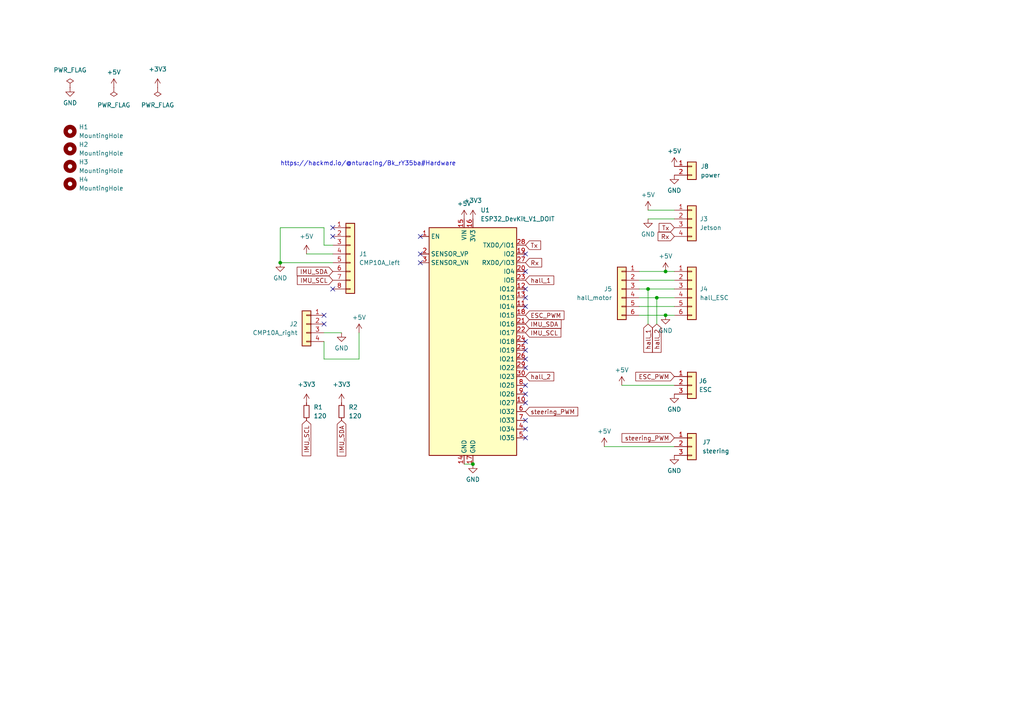
<source format=kicad_sch>
(kicad_sch (version 20230121) (generator eeschema)
  (paper "A4")
  (title_block (title "driverless car middle board") (date "2023-11-16") (rev "1") (company "NTURacing") (comment 1 "electrical group") (comment 2 "郭哲明") (comment 3 "https://hackmd.io/@nturacing/Bk_rY35ba#Hardware"))
  (lib_symbols
    (symbol "Connector_Generic:Conn_01x02" (pin_names (offset 1.016) hide)
      (property "Reference" "J" (at 0 2.54 0))
      (property "Value" "Conn_01x02" (at 0 -5.08 0))
      (symbol "Conn_01x02_1_1"
        (rectangle (start -1.27 -2.413) (end 0 -2.667) (stroke (width 0.1524)))
        (rectangle (start -1.27 0.127) (end 0 -0.127) (stroke (width 0.1524)))
        (rectangle (start -1.27 1.27) (end 1.27 -3.81) (stroke (width 0.254)) (fill (type background)))
        (pin passive line (at -5.08 0 0) (length 3.81) (name "Pin_1") (number "1"))
        (pin passive line (at -5.08 -2.54 0) (length 3.81) (name "Pin_2") (number "2"))
      )
    )
    (symbol "Connector_Generic:Conn_01x03" (pin_names (offset 1.016) hide)
      (property "Reference" "J" (at 0 5.08 0))
      (property "Value" "Conn_01x03" (at 0 -5.08 0))
      (symbol "Conn_01x03_1_1"
        (rectangle (start -1.27 -2.413) (end 0 -2.667) (stroke (width 0.1524)))
        (rectangle (start -1.27 0.127) (end 0 -0.127) (stroke (width 0.1524)))
        (rectangle (start -1.27 2.667) (end 0 2.413) (stroke (width 0.1524)))
        (rectangle (start -1.27 3.81) (end 1.27 -3.81) (stroke (width 0.254)) (fill (type background)))
        (pin passive line (at -5.08 2.54 0) (length 3.81) (name "Pin_1") (number "1"))
        (pin passive line (at -5.08 0 0) (length 3.81) (name "Pin_2") (number "2"))
        (pin passive line (at -5.08 -2.54 0) (length 3.81) (name "Pin_3") (number "3"))
      )
    )
    (symbol "Connector_Generic:Conn_01x04" (pin_names (offset 1.016) hide)
      (property "Reference" "J" (at 0 5.08 0))
      (property "Value" "Conn_01x04" (at 0 -7.62 0))
      (symbol "Conn_01x04_1_1"
        (rectangle (start -1.27 -4.953) (end 0 -5.207) (stroke (width 0.1524)))
        (rectangle (start -1.27 -2.413) (end 0 -2.667) (stroke (width 0.1524)))
        (rectangle (start -1.27 0.127) (end 0 -0.127) (stroke (width 0.1524)))
        (rectangle (start -1.27 2.667) (end 0 2.413) (stroke (width 0.1524)))
        (rectangle (start -1.27 3.81) (end 1.27 -6.35) (stroke (width 0.254)) (fill (type background)))
        (pin passive line (at -5.08 2.54 0) (length 3.81) (name "Pin_1") (number "1"))
        (pin passive line (at -5.08 0 0) (length 3.81) (name "Pin_2") (number "2"))
        (pin passive line (at -5.08 -2.54 0) (length 3.81) (name "Pin_3") (number "3"))
        (pin passive line (at -5.08 -5.08 0) (length 3.81) (name "Pin_4") (number "4"))
      )
    )
    (symbol "Connector_Generic:Conn_01x06" (pin_names (offset 1.016) hide)
      (property "Reference" "J" (at 0 7.62 0))
      (property "Value" "Conn_01x06" (at 0 -10.16 0))
      (symbol "Conn_01x06_1_1"
        (rectangle (start -1.27 -7.493) (end 0 -7.747) (stroke (width 0.1524)))
        (rectangle (start -1.27 -4.953) (end 0 -5.207) (stroke (width 0.1524)))
        (rectangle (start -1.27 -2.413) (end 0 -2.667) (stroke (width 0.1524)))
        (rectangle (start -1.27 0.127) (end 0 -0.127) (stroke (width 0.1524)))
        (rectangle (start -1.27 2.667) (end 0 2.413) (stroke (width 0.1524)))
        (rectangle (start -1.27 5.207) (end 0 4.953) (stroke (width 0.1524)))
        (rectangle (start -1.27 6.35) (end 1.27 -8.89) (stroke (width 0.254)) (fill (type background)))
        (pin passive line (at -5.08 5.08 0) (length 3.81) (name "Pin_1") (number "1"))
        (pin passive line (at -5.08 2.54 0) (length 3.81) (name "Pin_2") (number "2"))
        (pin passive line (at -5.08 0 0) (length 3.81) (name "Pin_3") (number "3"))
        (pin passive line (at -5.08 -2.54 0) (length 3.81) (name "Pin_4") (number "4"))
        (pin passive line (at -5.08 -5.08 0) (length 3.81) (name "Pin_5") (number "5"))
        (pin passive line (at -5.08 -7.62 0) (length 3.81) (name "Pin_6") (number "6"))
      )
    )
    (symbol "Connector_Generic:Conn_01x08" (pin_names (offset 1.016) hide)
      (property "Reference" "J" (at 0 10.16 0))
      (property "Value" "Conn_01x08" (at 0 -12.7 0))
      (symbol "Conn_01x08_1_1"
        (rectangle (start -1.27 -10.033) (end 0 -10.287) (stroke (width 0.1524)))
        (rectangle (start -1.27 -7.493) (end 0 -7.747) (stroke (width 0.1524)))
        (rectangle (start -1.27 -4.953) (end 0 -5.207) (stroke (width 0.1524)))
        (rectangle (start -1.27 -2.413) (end 0 -2.667) (stroke (width 0.1524)))
        (rectangle (start -1.27 0.127) (end 0 -0.127) (stroke (width 0.1524)))
        (rectangle (start -1.27 2.667) (end 0 2.413) (stroke (width 0.1524)))
        (rectangle (start -1.27 5.207) (end 0 4.953) (stroke (width 0.1524)))
        (rectangle (start -1.27 7.747) (end 0 7.493) (stroke (width 0.1524)))
        (rectangle (start -1.27 8.89) (end 1.27 -11.43) (stroke (width 0.254)) (fill (type background)))
        (pin passive line (at -5.08 7.62 0) (length 3.81) (name "Pin_1") (number "1"))
        (pin passive line (at -5.08 5.08 0) (length 3.81) (name "Pin_2") (number "2"))
        (pin passive line (at -5.08 2.54 0) (length 3.81) (name "Pin_3") (number "3"))
        (pin passive line (at -5.08 0 0) (length 3.81) (name "Pin_4") (number "4"))
        (pin passive line (at -5.08 -2.54 0) (length 3.81) (name "Pin_5") (number "5"))
        (pin passive line (at -5.08 -5.08 0) (length 3.81) (name "Pin_6") (number "6"))
        (pin passive line (at -5.08 -7.62 0) (length 3.81) (name "Pin_7") (number "7"))
        (pin passive line (at -5.08 -10.16 0) (length 3.81) (name "Pin_8") (number "8"))
      )
    )
    (symbol "Device:R_Small" (pin_numbers hide) (pin_names (offset 0.254) hide)
      (property "Reference" "R" (at 0.762 0.508 0))
      (property "Value" "R_Small" (at 0.762 -1.016 0))
      (symbol "R_Small_0_1"
        (rectangle (start -0.762 1.778) (end 0.762 -1.778) (stroke (width 0.2032)))
      )
      (symbol "R_Small_1_1"
        (pin passive line (at 0 2.54 270) (length 0.762) (name "~") (number "1"))
        (pin passive line (at 0 -2.54 90) (length 0.762) (name "~") (number "2"))
      )
    )
    (symbol "Mechanical:MountingHole" (pin_names (offset 1.016))
      (property "Reference" "H" (at 0 5.08 0))
      (property "Value" "MountingHole" (at 0 3.175 0))
      (symbol "MountingHole_0_1"
        (circle (center 0 0) (radius 1.27) (stroke (width 1.27)))
      )
    )
    (symbol "customLibrary:ESP32_DevKit_V1_DOIT"
      (property "Reference" "U" (at -11.43 34.29 0))
      (property "Value" "ESP32_DevKit_V1_DOIT" (at 11.43 34.29 0))
      (symbol "ESP32_DevKit_V1_DOIT_1_1"
        (rectangle (start -12.7 33.02) (end 12.7 -33.02) (stroke (width 0.254)) (fill (type background)))
        (pin input line (at -15.24 30.48 0) (length 2.54) (name "EN") (number "1"))
        (pin bidirectional line (at 15.24 -17.78 180) (length 2.54) (name "IO27") (number "10"))
        (pin bidirectional line (at 15.24 10.16 180) (length 2.54) (name "IO14") (number "11"))
        (pin bidirectional line (at 15.24 15.24 180) (length 2.54) (name "IO12") (number "12"))
        (pin bidirectional line (at 15.24 12.7 180) (length 2.54) (name "IO13") (number "13"))
        (pin power_in line (at -2.54 -35.56 90) (length 2.54) (name "GND") (number "14"))
        (pin power_in line (at -2.54 35.56 270) (length 2.54) (name "VIN") (number "15"))
        (pin power_in line (at 0 35.56 270) (length 2.54) (name "3V3") (number "16"))
        (pin power_in line (at 0 -35.56 90) (length 2.54) (name "GND") (number "17"))
        (pin bidirectional line (at 15.24 7.62 180) (length 2.54) (name "IO15") (number "18"))
        (pin bidirectional line (at 15.24 25.4 180) (length 2.54) (name "IO2") (number "19"))
        (pin input line (at -15.24 25.4 0) (length 2.54) (name "SENSOR_VP") (number "2"))
        (pin bidirectional line (at 15.24 20.32 180) (length 2.54) (name "IO4") (number "20"))
        (pin bidirectional line (at 15.24 5.08 180) (length 2.54) (name "IO16") (number "21"))
        (pin bidirectional line (at 15.24 2.54 180) (length 2.54) (name "IO17") (number "22"))
        (pin bidirectional line (at 15.24 17.78 180) (length 2.54) (name "IO5") (number "23"))
        (pin bidirectional line (at 15.24 0 180) (length 2.54) (name "IO18") (number "24"))
        (pin bidirectional line (at 15.24 -2.54 180) (length 2.54) (name "IO19") (number "25"))
        (pin bidirectional line (at 15.24 -5.08 180) (length 2.54) (name "IO21") (number "26"))
        (pin bidirectional line (at 15.24 22.86 180) (length 2.54) (name "RXD0/IO3") (number "27"))
        (pin bidirectional line (at 15.24 27.94 180) (length 2.54) (name "TXD0/IO1") (number "28"))
        (pin bidirectional line (at 15.24 -7.62 180) (length 2.54) (name "IO22") (number "29"))
        (pin input line (at -15.24 22.86 0) (length 2.54) (name "SENSOR_VN") (number "3"))
        (pin bidirectional line (at 15.24 -10.16 180) (length 2.54) (name "IO23") (number "30"))
        (pin input line (at 15.24 -25.4 180) (length 2.54) (name "IO34") (number "4"))
        (pin input line (at 15.24 -27.94 180) (length 2.54) (name "IO35") (number "5"))
        (pin bidirectional line (at 15.24 -20.32 180) (length 2.54) (name "IO32") (number "6"))
        (pin bidirectional line (at 15.24 -22.86 180) (length 2.54) (name "IO33") (number "7"))
        (pin bidirectional line (at 15.24 -12.7 180) (length 2.54) (name "IO25") (number "8"))
        (pin bidirectional line (at 15.24 -15.24 180) (length 2.54) (name "IO26") (number "9"))
      )
    )
    (symbol "power:+3V3" (power) (pin_names (offset 0))
      (property "Value" "+3V3" (at 0 3.556 0))
      (symbol "+3V3_0_1"
        (polyline (pts (xy -0.762 1.27) (xy 0 2.54)))
        (polyline (pts (xy 0 0) (xy 0 2.54)))
        (polyline (pts (xy 0 2.54) (xy 0.762 1.27)))
      )
      (symbol "+3V3_1_1"
        (pin power_in line (at 0 0 90) (length 0) hide (name "+3V3") (number "1"))
      )
    )
    (symbol "power:+5V" (power) (pin_names (offset 0))
      (property "Value" "+5V" (at 0 3.556 0))
      (symbol "+5V_0_1"
        (polyline (pts (xy -0.762 1.27) (xy 0 2.54)))
        (polyline (pts (xy 0 0) (xy 0 2.54)))
        (polyline (pts (xy 0 2.54) (xy 0.762 1.27)))
      )
      (symbol "+5V_1_1"
        (pin power_in line (at 0 0 90) (length 0) hide (name "+5V") (number "1"))
      )
    )
    (symbol "power:GND" (power) (pin_names (offset 0))
      (property "Value" "GND" (at 0 -3.81 0))
      (symbol "GND_0_1"
        (polyline (pts (xy 0 0) (xy 0 -1.27) (xy 1.27 -1.27) (xy 0 -2.54) (xy -1.27 -1.27) (xy 0 -1.27)))
      )
      (symbol "GND_1_1"
        (pin power_in line (at 0 0 270) (length 0) hide (name "GND") (number "1"))
      )
    )
    (symbol "power:PWR_FLAG" (power) (pin_numbers hide) (pin_names (offset 0) hide)
      (property "Value" "PWR_FLAG" (at 0 3.81 0))
      (symbol "PWR_FLAG_0_0"
        (pin power_out line (at 0 0 90) (length 0) (name "pwr") (number "1"))
      )
      (symbol "PWR_FLAG_0_1"
        (polyline (pts (xy 0 0) (xy 0 1.27) (xy -1.016 1.905) (xy 0 2.54) (xy 1.016 1.905) (xy 0 1.27)))
      )
    )
  )
  (junction (at 187.96 83.82))
  (junction (at 81.28 76.2))
  (junction (at 193.04 78.74))
  (junction (at 190.5 86.36))
  (junction (at 137.16 134.62))
  (junction (at 193.04 91.44))
  (no_connect (at 93.98 93.98))
  (no_connect (at 152.4 104.14))
  (no_connect (at 93.98 91.44))
  (no_connect (at 152.4 106.68))
  (no_connect (at 152.4 83.82))
  (no_connect (at 152.4 124.46))
  (no_connect (at 152.4 114.3))
  (no_connect (at 152.4 86.36))
  (no_connect (at 121.92 68.58))
  (no_connect (at 152.4 127))
  (no_connect (at 121.92 76.2))
  (no_connect (at 121.92 73.66))
  (no_connect (at 96.52 83.82))
  (no_connect (at 152.4 73.66))
  (no_connect (at 152.4 99.06))
  (no_connect (at 152.4 101.6))
  (no_connect (at 152.4 78.74))
  (no_connect (at 152.4 88.9))
  (no_connect (at 152.4 121.92))
  (no_connect (at 96.52 66.04))
  (no_connect (at 152.4 111.76))
  (no_connect (at 152.4 116.84))
  (no_connect (at 96.52 68.58))
  (wire (pts (xy 93.98 71.12) (xy 96.52 71.12)))
  (wire (pts (xy 81.28 76.2) (xy 96.52 76.2)))
  (wire (pts (xy 190.5 93.98) (xy 190.5 86.36)))
  (wire (pts (xy 88.9 73.66) (xy 96.52 73.66)))
  (wire (pts (xy 93.98 99.06) (xy 93.98 104.14)))
  (wire (pts (xy 180.34 111.76) (xy 195.58 111.76)))
  (wire (pts (xy 93.98 66.04) (xy 93.98 71.12)))
  (wire (pts (xy 195.58 60.96) (xy 187.96 60.96)))
  (wire (pts (xy 185.42 78.74) (xy 193.04 78.74)))
  (wire (pts (xy 185.42 83.82) (xy 187.96 83.82)))
  (wire (pts (xy 185.42 91.44) (xy 193.04 91.44)))
  (wire (pts (xy 185.42 88.9) (xy 195.58 88.9)))
  (wire (pts (xy 187.96 83.82) (xy 195.58 83.82)))
  (wire (pts (xy 193.04 78.74) (xy 195.58 78.74)))
  (wire (pts (xy 175.26 129.54) (xy 195.58 129.54)))
  (wire (pts (xy 185.42 86.36) (xy 190.5 86.36)))
  (wire (pts (xy 193.04 91.44) (xy 195.58 91.44)))
  (wire (pts (xy 99.06 96.52) (xy 93.98 96.52)))
  (wire (pts (xy 187.96 83.82) (xy 187.96 93.98)))
  (wire (pts (xy 195.58 63.5) (xy 187.96 63.5)))
  (wire (pts (xy 93.98 66.04) (xy 81.28 66.04)))
  (wire (pts (xy 185.42 81.28) (xy 195.58 81.28)))
  (wire (pts (xy 81.28 66.04) (xy 81.28 76.2)))
  (wire (pts (xy 134.62 134.62) (xy 137.16 134.62)))
  (wire (pts (xy 190.5 86.36) (xy 195.58 86.36)))
  (wire (pts (xy 93.98 104.14) (xy 104.14 104.14)))
  (wire (pts (xy 104.14 104.14) (xy 104.14 96.52)))
  (text "https://hackmd.io/@nturacing/Bk_rY35ba#Hardware" (at 81.28 48.26 0) (effects (font (size 1.27 1.27)) (justify left bottom)))
  (global_label "hall_2" (shape input) (at 152.4 109.22 0) (property "Intersheetrefs" "${INTERSHEET_REFS}" (effects hide)))
  (global_label "hall_1" (shape input) (at 187.96 93.98 270) (property "Intersheetrefs" "${INTERSHEET_REFS}" (effects hide)))
  (global_label "IMU_SDA" (shape input) (at 96.52 78.74 180) (property "Intersheetrefs" "${INTERSHEET_REFS}" (effects hide)))
  (global_label "IMU_SDA" (shape input) (at 152.4 93.98 0) (property "Intersheetrefs" "${INTERSHEET_REFS}" (effects hide)))
  (global_label "steering_PWM" (shape input) (at 152.4 119.38 0) (property "Intersheetrefs" "${INTERSHEET_REFS}" (effects hide)))
  (global_label "IMU_SDA" (shape input) (at 99.06 121.92 270) (property "Intersheetrefs" "${INTERSHEET_REFS}" (effects hide)))
  (global_label "steering_PWM" (shape input) (at 195.58 127 180) (property "Intersheetrefs" "${INTERSHEET_REFS}" (effects hide)))
  (global_label "hall_2" (shape input) (at 190.5 93.98 270) (property "Intersheetrefs" "${INTERSHEET_REFS}" (effects hide)))
  (global_label "ESC_PWM" (shape input) (at 152.4 91.44 0) (property "Intersheetrefs" "${INTERSHEET_REFS}" (effects hide)))
  (global_label "Tx" (shape input) (at 152.4 71.12 0) (property "Intersheetrefs" "${INTERSHEET_REFS}" (effects hide)))
  (global_label "ESC_PWM" (shape input) (at 195.58 109.22 180) (property "Intersheetrefs" "${INTERSHEET_REFS}" (effects hide)))
  (global_label "Tx" (shape input) (at 195.58 66.04 180) (property "Intersheetrefs" "${INTERSHEET_REFS}" (effects hide)))
  (global_label "hall_1" (shape input) (at 152.4 81.28 0) (property "Intersheetrefs" "${INTERSHEET_REFS}" (effects hide)))
  (global_label "Rx" (shape input) (at 152.4 76.2 0) (property "Intersheetrefs" "${INTERSHEET_REFS}" (effects hide)))
  (global_label "IMU_SCL" (shape input) (at 152.4 96.52 0) (property "Intersheetrefs" "${INTERSHEET_REFS}" (effects hide)))
  (global_label "IMU_SCL" (shape input) (at 96.52 81.28 180) (property "Intersheetrefs" "${INTERSHEET_REFS}" (effects hide)))
  (global_label "Rx" (shape input) (at 195.58 68.58 180) (property "Intersheetrefs" "${INTERSHEET_REFS}" (effects hide)))
  (global_label "IMU_SCL" (shape input) (at 88.9 121.92 270) (property "Intersheetrefs" "${INTERSHEET_REFS}" (effects hide)))
  (symbol (lib_id "Connector_Generic:Conn_01x04") (at 200.66 63.5 0) (unit 1)
    (property "Reference" "J3" (at 202.946 63.5 0) (effects (justify left)))
    (property "Value" "Jetson" (at 202.946 66.04 0) (effects (justify left)))
    (property "Footprint" "Connector_JST:JST_XH_B4B-XH-A_1x04_P2.50mm_Vertical" (effects hide))
  )
  (symbol (lib_id "power:GND") (at 195.58 50.8 0) (unit 1)
    (property "Reference" "#PWR022" (effects hide))
    (property "Value" "GND" (at 195.58 55.245 0))
  )
  (symbol (lib_id "Device:R_Small") (at 88.9 119.38 0) (unit 1)
    (property "Reference" "R1" (at 90.932 118.11 0) (effects (justify left)))
    (property "Value" "120" (at 90.932 120.65 0) (effects (justify left)))
    (property "Footprint" "Resistor_SMD:R_0805_2012Metric" (effects hide))
  )
  (symbol (lib_id "Mechanical:MountingHole") (at 20.32 38.1 0) (unit 1)
    (property "Reference" "H1" (at 22.86 36.83 0) (effects (justify left)))
    (property "Value" "MountingHole" (at 22.86 39.37 0) (effects (justify left)))
    (property "Footprint" "MountingHole:MountingHole_3mm" (effects hide))
  )
  (symbol (lib_id "power:GND") (at 81.28 76.2 0) (unit 1)
    (property "Reference" "#PWR07" (effects hide))
    (property "Value" "GND" (at 81.28 80.645 0))
  )
  (symbol (lib_id "Connector_Generic:Conn_01x02") (at 200.66 48.26 0) (unit 1)
    (property "Reference" "J8" (at 203.2 48.26 0) (effects (justify left)))
    (property "Value" "power" (at 203.2 50.8 0) (effects (justify left)))
    (property "Footprint" "Connector_Phoenix_MSTB:PhoenixContact_MSTBVA_2,5_2-G-5,08_1x02_P5.08mm_Vertical" (effects hide))
  )
  (symbol (lib_id "power:+5V") (at 33.02 25.4 0) (unit 1)
    (property "Reference" "#PWR012" (effects hide))
    (property "Value" "+5V" (at 33.02 20.955 0))
  )
  (symbol (lib_id "power:+5V") (at 175.26 129.54 0) (unit 1)
    (property "Reference" "#PWR017" (effects hide))
    (property "Value" "+5V" (at 175.26 125.095 0))
  )
  (symbol (lib_id "Mechanical:MountingHole") (at 20.32 43.18 0) (unit 1)
    (property "Reference" "H2" (at 22.86 41.91 0) (effects (justify left)))
    (property "Value" "MountingHole" (at 22.86 44.45 0) (effects (justify left)))
    (property "Footprint" "MountingHole:MountingHole_3mm" (effects hide))
  )
  (symbol (lib_id "power:GND") (at 195.58 132.08 0) (unit 1)
    (property "Reference" "#PWR011" (effects hide))
    (property "Value" "GND" (at 195.58 136.525 0))
  )
  (symbol (lib_id "Connector_Generic:Conn_01x03") (at 200.66 129.54 0) (unit 1)
    (property "Reference" "J7" (at 203.708 128.27 0) (effects (justify left)))
    (property "Value" "steering" (at 203.708 130.81 0) (effects (justify left)))
    (property "Footprint" "Connector_PinHeader_2.54mm:PinHeader_1x03_P2.54mm_Vertical" (effects hide))
  )
  (symbol (lib_id "power:GND") (at 20.32 25.4 0) (unit 1)
    (property "Reference" "#PWR013" (effects hide))
    (property "Value" "GND" (at 20.32 29.845 0))
  )
  (symbol (lib_id "power:PWR_FLAG") (at 20.32 25.4 0) (unit 1)
    (property "Reference" "#FLG02" (effects hide))
    (property "Value" "PWR_FLAG" (at 20.32 20.32 0))
  )
  (symbol (lib_id "power:+5V") (at 134.62 63.5 0) (unit 1)
    (property "Reference" "#PWR014" (effects hide))
    (property "Value" "+5V" (at 134.62 59.055 0))
  )
  (symbol (lib_id "power:+5V") (at 187.96 60.96 0) (unit 1)
    (property "Reference" "#PWR010" (effects hide))
    (property "Value" "+5V" (at 187.96 56.515 0))
  )
  (symbol (lib_id "power:GND") (at 187.96 63.5 0) (unit 1)
    (property "Reference" "#PWR018" (effects hide))
    (property "Value" "GND" (at 187.96 67.945 0))
  )
  (symbol (lib_id "Connector_Generic:Conn_01x04") (at 88.9 93.98 0) (mirror y) (unit 1)
    (property "Reference" "J2" (at 86.36 93.98 0) (effects (justify left)))
    (property "Value" "CMP10A_right" (at 86.36 96.52 0) (effects (justify left)))
    (property "Footprint" "Connector_PinSocket_2.54mm:PinSocket_1x04_P2.54mm_Vertical" (effects hide))
  )
  (symbol (lib_id "Connector_Generic:Conn_01x06") (at 200.66 83.82 0) (unit 1)
    (property "Reference" "J4" (at 202.946 83.82 0) (effects (justify left)))
    (property "Value" "hall_ESC" (at 202.946 86.36 0) (effects (justify left)))
    (property "Footprint" "Connector_JST:JST_XH_B6B-XH-A_1x06_P2.50mm_Vertical" (effects hide))
  )
  (symbol (lib_id "power:GND") (at 137.16 134.62 0) (unit 1)
    (property "Reference" "#PWR03" (effects hide))
    (property "Value" "GND" (at 137.16 139.065 0))
  )
  (symbol (lib_id "Connector_Generic:Conn_01x08") (at 101.6 73.66 0) (unit 1)
    (property "Reference" "J1" (at 104.14 73.66 0) (effects (justify left)))
    (property "Value" "CMP10A_left" (at 104.14 76.2 0) (effects (justify left)))
    (property "Footprint" "Connector_PinSocket_2.54mm:PinSocket_1x08_P2.54mm_Vertical" (effects hide))
  )
  (symbol (lib_id "Mechanical:MountingHole") (at 20.32 48.26 0) (unit 1)
    (property "Reference" "H3" (at 22.86 46.99 0) (effects (justify left)))
    (property "Value" "MountingHole" (at 22.86 49.53 0) (effects (justify left)))
    (property "Footprint" "MountingHole:MountingHole_3mm" (effects hide))
  )
  (symbol (lib_id "power:+5V") (at 180.34 111.76 0) (unit 1)
    (property "Reference" "#PWR016" (effects hide))
    (property "Value" "+5V" (at 180.34 107.315 0))
  )
  (symbol (lib_id "power:+5V") (at 195.58 48.26 0) (unit 1)
    (property "Reference" "#PWR021" (effects hide))
    (property "Value" "+5V" (at 195.58 43.815 0))
  )
  (symbol (lib_id "Connector_Generic:Conn_01x06") (at 180.34 83.82 0) (mirror y) (unit 1)
    (property "Reference" "J5" (at 177.546 83.82 0) (effects (justify left)))
    (property "Value" "hall_motor" (at 177.546 86.36 0) (effects (justify left)))
    (property "Footprint" "Connector_JST:JST_XH_B6B-XH-A_1x06_P2.50mm_Vertical" (effects hide))
  )
  (symbol (lib_id "power:+5V") (at 193.04 78.74 0) (unit 1)
    (property "Reference" "#PWR01" (effects hide))
    (property "Value" "+5V" (at 193.04 74.295 0))
  )
  (symbol (lib_id "power:GND") (at 99.06 96.52 0) (mirror y) (unit 1)
    (property "Reference" "#PWR05" (effects hide))
    (property "Value" "GND" (at 99.06 100.965 0))
  )
  (symbol (lib_id "power:+5V") (at 104.14 96.52 0) (mirror y) (unit 1)
    (property "Reference" "#PWR04" (effects hide))
    (property "Value" "+5V" (at 104.14 92.075 0))
  )
  (symbol (lib_id "Connector_Generic:Conn_01x03") (at 200.66 111.76 0) (unit 1)
    (property "Reference" "J6" (at 202.692 110.49 0) (effects (justify left)))
    (property "Value" "ESC" (at 202.692 113.03 0) (effects (justify left)))
    (property "Footprint" "Connector_PinHeader_2.54mm:PinHeader_1x03_P2.54mm_Vertical" (effects hide))
  )
  (symbol (lib_id "Mechanical:MountingHole") (at 20.32 53.34 0) (unit 1)
    (property "Reference" "H4" (at 22.86 52.07 0) (effects (justify left)))
    (property "Value" "MountingHole" (at 22.86 54.61 0) (effects (justify left)))
    (property "Footprint" "MountingHole:MountingHole_3mm" (effects hide))
  )
  (symbol (lib_id "power:PWR_FLAG") (at 45.72 25.4 0) (mirror x) (unit 1)
    (property "Reference" "#FLG03" (effects hide))
    (property "Value" "PWR_FLAG" (at 45.72 30.48 0))
  )
  (symbol (lib_id "power:+3V3") (at 45.72 25.4 0) (unit 1)
    (property "Reference" "#PWR020" (effects hide))
    (property "Value" "+3V3" (at 45.72 20.066 0))
  )
  (symbol (lib_id "customLibrary:ESP32_DevKit_V1_DOIT") (at 137.16 99.06 0) (unit 1)
    (property "Reference" "U1" (at 139.3541 60.96 0) (effects (justify left)))
    (property "Value" "ESP32_DevKit_V1_DOIT" (at 139.3541 63.5 0) (effects (justify left)))
    (property "Footprint" "customLibrary:esp32_devkit_v1_doit" (effects hide))
    (property "Datasheet" "https://aliexpress.com/item/32864722159.html" (effects hide))
  )
  (symbol (lib_id "power:GND") (at 193.04 91.44 0) (unit 1)
    (property "Reference" "#PWR02" (effects hide))
    (property "Value" "GND" (at 193.04 95.885 0))
  )
  (symbol (lib_id "power:+5V") (at 88.9 73.66 0) (unit 1)
    (property "Reference" "#PWR06" (effects hide))
    (property "Value" "+5V" (at 88.9 68.58 0))
  )
  (symbol (lib_id "power:+3V3") (at 88.9 116.84 0) (unit 1)
    (property "Reference" "#PWR09" (effects hide))
    (property "Value" "+3V3" (at 88.9 111.506 0))
  )
  (symbol (lib_id "power:PWR_FLAG") (at 33.02 25.4 0) (mirror x) (unit 1)
    (property "Reference" "#FLG01" (effects hide))
    (property "Value" "PWR_FLAG" (at 33.02 30.48 0))
  )
  (symbol (lib_id "power:GND") (at 195.58 114.3 0) (unit 1)
    (property "Reference" "#PWR015" (effects hide))
    (property "Value" "GND" (at 195.58 118.745 0))
  )
  (symbol (lib_id "power:+3V3") (at 137.16 63.5 0) (unit 1)
    (property "Reference" "#PWR08" (effects hide))
    (property "Value" "+3V3" (at 137.16 58.166 0))
  )
  (symbol (lib_id "power:+3V3") (at 99.06 116.84 0) (unit 1)
    (property "Reference" "#PWR019" (effects hide))
    (property "Value" "+3V3" (at 99.06 111.506 0))
  )
  (symbol (lib_id "Device:R_Small") (at 99.06 119.38 0) (unit 1)
    (property "Reference" "R2" (at 101.092 118.11 0) (effects (justify left)))
    (property "Value" "120" (at 101.092 120.65 0) (effects (justify left)))
    (property "Footprint" "Resistor_SMD:R_0805_2012Metric" (effects hide))
  )
)
</source>
